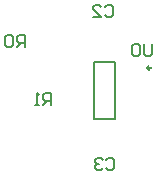
<source format=gbo>
G04*
G04 #@! TF.GenerationSoftware,Altium Limited,Altium Designer,22.8.2 (66)*
G04*
G04 Layer_Color=32896*
%FSLAX44Y44*%
%MOMM*%
G71*
G04*
G04 #@! TF.SameCoordinates,8B29F10C-7C34-4062-88D6-BD73F32157BC*
G04*
G04*
G04 #@! TF.FilePolarity,Positive*
G04*
G01*
G75*
%ADD10C,0.2500*%
%ADD11C,0.2000*%
D10*
X38781Y19050D02*
G03*
X38781Y19050I-1250J0D01*
G01*
D11*
X-8790Y24500D02*
X8790D01*
X-8790Y-24500D02*
Y24500D01*
Y-24500D02*
X8790D01*
Y24500D01*
X40331Y38998D02*
Y30668D01*
X38665Y29002D01*
X35332D01*
X33666Y30668D01*
Y38998D01*
X30334Y37332D02*
X28668Y38998D01*
X25336D01*
X23669Y37332D01*
Y30668D01*
X25336Y29002D01*
X28668D01*
X30334Y30668D01*
Y37332D01*
X-45335Y-11998D02*
Y-2002D01*
X-50334D01*
X-52000Y-3668D01*
Y-7000D01*
X-50334Y-8666D01*
X-45335D01*
X-48668D02*
X-52000Y-11998D01*
X-55332D02*
X-58664D01*
X-56998D01*
Y-2002D01*
X-55332Y-3668D01*
X-67669Y37002D02*
Y46998D01*
X-72668D01*
X-74334Y45332D01*
Y42000D01*
X-72668Y40334D01*
X-67669D01*
X-71002D02*
X-74334Y37002D01*
X-77666Y45332D02*
X-79332Y46998D01*
X-82664D01*
X-84331Y45332D01*
Y38668D01*
X-82664Y37002D01*
X-79332D01*
X-77666Y38668D01*
Y45332D01*
X1666Y-58668D02*
X3332Y-57002D01*
X6665D01*
X8331Y-58668D01*
Y-65332D01*
X6665Y-66998D01*
X3332D01*
X1666Y-65332D01*
X-1666Y-58668D02*
X-3332Y-57002D01*
X-6665D01*
X-8331Y-58668D01*
Y-60334D01*
X-6665Y-62000D01*
X-4998D01*
X-6665D01*
X-8331Y-63666D01*
Y-65332D01*
X-6665Y-66998D01*
X-3332D01*
X-1666Y-65332D01*
X166Y70332D02*
X1832Y71998D01*
X5164D01*
X6831Y70332D01*
Y63668D01*
X5164Y62002D01*
X1832D01*
X166Y63668D01*
X-9831Y62002D02*
X-3166D01*
X-9831Y68666D01*
Y70332D01*
X-8164Y71998D01*
X-4832D01*
X-3166Y70332D01*
M02*

</source>
